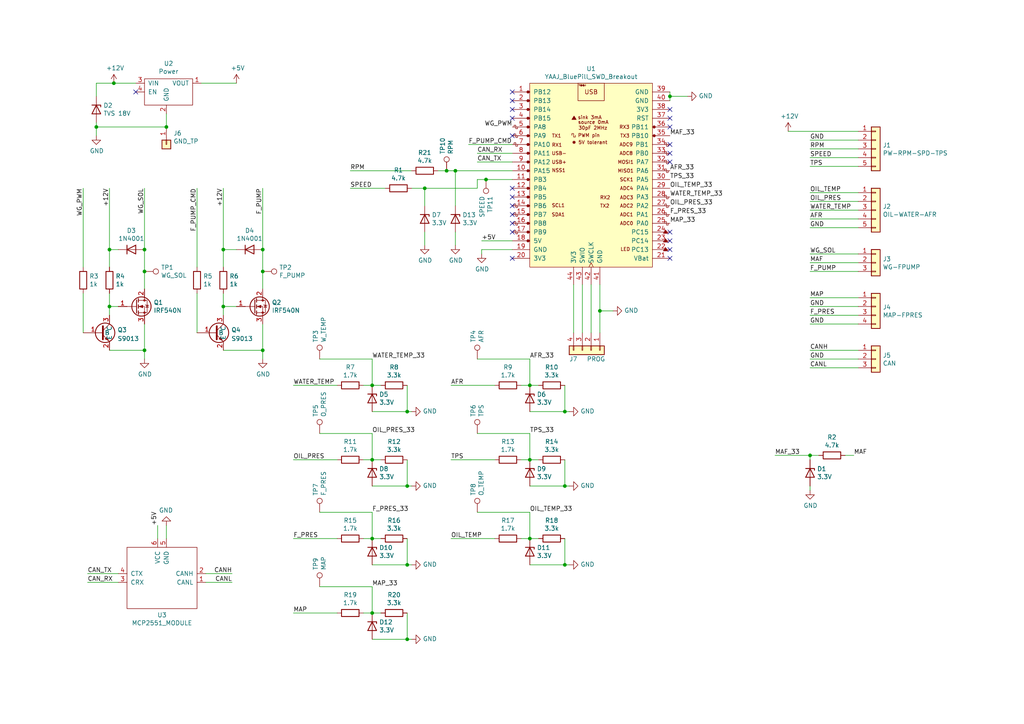
<source format=kicad_sch>
(kicad_sch (version 20211123) (generator eeschema)
  (paper "A4")
  (title_block (title "Boost Controller BluePill") (date "2022-04-25") (rev "1.2") (company "Sonix Lab"))
  (lib_symbols
    (symbol "BoostController-rescue:MCP2551_MODULE-sonix" (pin_names (offset 1.016))
      (property "Reference" "U" (at 6.35 10.16 0))
      (property "Value" "MCP2551_MODULE-sonix" (at 0 -5.08 0))
      (symbol "MCP2551_MODULE-sonix_1_1"
        (pin bidirectional line (at 12.7 -1.27 180) (length 2.54) (name "CANL") (number "1"))
        (pin bidirectional line (at 12.7 1.27 180) (length 2.54) (name "CANH") (number "2"))
        (pin output line (at -12.7 -1.27 0) (length 2.54) (name "CRX") (number "3"))
        (pin input line (at -12.7 1.27 0) (length 2.54) (name "CTX") (number "4"))
        (pin power_in line (at 1.27 11.43 270) (length 2.54) (name "GND") (number "5"))
        (pin power_in line (at -1.27 11.43 270) (length 2.54) (name "VCC") (number "6"))
      )
    )
    (symbol "BoostController-rescue:MICRO-BUCK-POWER-MODULE-sonix" (pin_names (offset 1.016))
      (property "Reference" "U" (at 1.27 5.08 0))
      (property "Value" "MICRO-BUCK-POWER-MODULE-sonix" (at 2.54 7.62 0))
      (symbol "MICRO-BUCK-POWER-MODULE-sonix_1_1"
        (pin power_out line (at 12.7 2.54 180) (length 2.54) (name "VOUT") (number "1"))
        (pin power_out line (at 2.54 -6.35 90) (length 2.54) (name "GND") (number "2"))
        (pin power_in line (at -6.35 2.54 0) (length 2.54) (name "VIN") (number "3"))
        (pin input line (at -6.35 0 0) (length 2.54) (name "EN") (number "4"))
      )
    )
    (symbol "BoostController-rescue:S9013"
      (property "Reference" "Q" (at 3.81 1.27 0))
      (property "Value" "S9013" (at 6.35 -1.27 0))
      (symbol "S9013_1_1"
        (pin input line (at -7.62 0 0) (length 5.715) (name "B") (number "1"))
        (pin passive line (at 0 -5.08 90) (length 2.54) (name "E") (number "2"))
        (pin passive line (at 0 5.08 270) (length 2.54) (name "C") (number "3"))
      )
    )
    (symbol "BoostController-rescue:YAAJ_BluePill_Part_Like_SWD_Breakout-YAAJ_BluePill_Part_Like_SWD_Breakout" (pin_names (offset 1.016))
      (property "Reference" "U" (at -15.24 27.94 0))
      (property "Value" "YAAJ_BluePill_Part_Like_SWD_Breakout-YAAJ_BluePill_Part_Like_SWD_Breakout" (at 20.32 27.94 0))
      (symbol "YAAJ_BluePill_Part_Like_SWD_Breakout-YAAJ_BluePill_Part_Like_SWD_Breakout_0_0"
        (text "30pF 2MHz" (at 0.508 12.446 0) (effects (font (size 0.9906 0.9906))))
        (text "5V tolerant" (at 0.508 8.255 0) (effects (font (size 0.9906 0.9906))))
        (text "ADC0" (at 10.287 -15.24 0) (effects (font (size 0.9906 0.9906))))
        (text "ADC1" (at 10.287 -12.7 0) (effects (font (size 0.9906 0.9906))))
        (text "ADC2" (at 10.287 -10.16 0) (effects (font (size 0.9906 0.9906))))
        (text "ADC3" (at 10.287 -7.747 0) (effects (font (size 0.9906 0.9906))))
        (text "ADC4" (at 10.287 -5.08 0) (effects (font (size 0.9906 0.9906))))
        (text "ADC8" (at 10.16 5.08 0) (effects (font (size 0.9906 0.9906))))
        (text "ADC9" (at 10.16 7.62 0) (effects (font (size 0.9906 0.9906))))
        (text "LED" (at 9.906 -22.733 0) (effects (font (size 0.9906 0.9906))))
        (text "MISO1" (at 10.033 0 0) (effects (font (size 0.9906 0.9906))))
        (text "MOSI1" (at 10.033 2.54 0) (effects (font (size 0.9906 0.9906))))
        (text "NSS1" (at -9.398 0.127 0) (effects (font (size 0.9906 0.9906))))
        (text "PWM pin" (at -0.635 10.287 0) (effects (font (size 0.9906 0.9906))))
        (text "RX1" (at -9.906 7.493 0) (effects (font (size 0.9906 0.9906))))
        (text "RX2" (at 4.064 -7.747 0) (effects (font (size 0.9906 0.9906))))
        (text "RX3" (at 9.652 12.7 0) (effects (font (size 0.9906 0.9906))))
        (text "SCK1" (at 10.287 -2.54 0) (effects (font (size 0.9906 0.9906))))
        (text "SCL1" (at -9.525 -10.033 0) (effects (font (size 0.9906 0.9906))))
        (text "SDA1" (at -9.525 -12.7 0) (effects (font (size 0.9906 0.9906))))
        (text "sink 3mA" (at -0.381 15.494 0) (effects (font (size 0.9906 0.9906))))
        (text "source 0mA" (at 0.635 14.097 0) (effects (font (size 0.9906 0.9906))))
        (text "TX1" (at -10.033 10.16 0) (effects (font (size 0.9906 0.9906))))
        (text "TX2" (at 3.937 -10.16 0) (effects (font (size 0.9906 0.9906))))
        (text "TX3" (at 9.779 10.16 0) (effects (font (size 0.9906 0.9906))))
        (text "USB" (at 0 22.86 0) (effects (font (size 1.27 1.27))))
        (text "USB+" (at -9.271 2.54 0) (effects (font (size 0.9906 0.9906))))
        (text "USB-" (at -9.271 5.08 0) (effects (font (size 0.9906 0.9906))))
        (text "Y@@J" (at -2.5654 24.8412 0) (effects (font (size 0.508 0.508))))
      )
      (symbol "YAAJ_BluePill_Part_Like_SWD_Breakout-YAAJ_BluePill_Part_Like_SWD_Breakout_1_1"
        (pin bidirectional line (at -22.86 22.86 0) (length 5.08) (name "PB12") (number "1"))
        (pin bidirectional line (at -22.86 0 0) (length 5.08) (name "PA15") (number "10"))
        (pin bidirectional line (at -22.86 -2.54 0) (length 5.08) (name "PB3") (number "11"))
        (pin bidirectional line (at -22.86 -5.08 0) (length 5.08) (name "PB4") (number "12"))
        (pin bidirectional line (at -22.86 -7.62 0) (length 5.08) (name "PB5") (number "13"))
        (pin bidirectional line (at -22.86 -10.16 0) (length 5.08) (name "PB6") (number "14"))
        (pin bidirectional line (at -22.86 -12.7 0) (length 5.08) (name "PB7") (number "15"))
        (pin bidirectional line (at -22.86 -15.24 0) (length 5.08) (name "PB8") (number "16"))
        (pin bidirectional line (at -22.86 -17.78 0) (length 5.08) (name "PB9") (number "17"))
        (pin power_in line (at -22.86 -20.32 0) (length 5.08) (name "5V") (number "18"))
        (pin power_in line (at -22.86 -22.86 0) (length 5.08) (name "GND") (number "19"))
        (pin bidirectional line (at -22.86 20.32 0) (length 5.08) (name "PB13") (number "2"))
        (pin power_in line (at -22.86 -25.4 0) (length 5.08) (name "3V3") (number "20"))
        (pin power_in line (at 22.86 -25.4 180) (length 5.08) (name "VBat") (number "21"))
        (pin bidirectional line (at 22.86 -22.86 180) (length 5.08) (name "PC13") (number "22"))
        (pin bidirectional line (at 22.86 -20.32 180) (length 5.08) (name "PC14") (number "23"))
        (pin bidirectional line (at 22.86 -17.78 180) (length 5.08) (name "PC15") (number "24"))
        (pin bidirectional line (at 22.86 -15.24 180) (length 5.08) (name "PA0") (number "25"))
        (pin bidirectional line (at 22.86 -12.7 180) (length 5.08) (name "PA1") (number "26"))
        (pin bidirectional line (at 22.86 -10.16 180) (length 5.08) (name "PA2") (number "27"))
        (pin bidirectional line (at 22.86 -7.62 180) (length 5.08) (name "PA3") (number "28"))
        (pin bidirectional line (at 22.86 -5.08 180) (length 5.08) (name "PA4") (number "29"))
        (pin bidirectional line (at -22.86 17.78 0) (length 5.08) (name "PB14") (number "3"))
        (pin bidirectional line (at 22.86 -2.54 180) (length 5.08) (name "PA5") (number "30"))
        (pin bidirectional line (at 22.86 0 180) (length 5.08) (name "PA6") (number "31"))
        (pin bidirectional line (at 22.86 2.54 180) (length 5.08) (name "PA7") (number "32"))
        (pin bidirectional line (at 22.86 5.08 180) (length 5.08) (name "PB0") (number "33"))
        (pin bidirectional line (at 22.86 7.62 180) (length 5.08) (name "PB1") (number "34"))
        (pin bidirectional line (at 22.86 10.16 180) (length 5.08) (name "PB10") (number "35"))
        (pin bidirectional line (at 22.86 12.7 180) (length 5.08) (name "PB11") (number "36"))
        (pin input line (at 22.86 15.24 180) (length 5.08) (name "RST") (number "37"))
        (pin power_in line (at 22.86 17.78 180) (length 5.08) (name "3V3") (number "38"))
        (pin power_in line (at 22.86 22.86 180) (length 5.08) (name "GND") (number "39"))
        (pin bidirectional line (at -22.86 15.24 0) (length 5.08) (name "PB15") (number "4"))
        (pin power_in line (at 22.86 20.32 180) (length 5.08) (name "GND") (number "40"))
        (pin power_in line (at 2.54 -33.02 90) (length 5.08) (name "GND") (number "41"))
        (pin bidirectional clock (at 0 -33.02 90) (length 5.08) (name "SWCLK") (number "42"))
        (pin bidirectional line (at -2.54 -33.02 90) (length 5.08) (name "SWIO") (number "43"))
        (pin power_in line (at -5.08 -33.02 90) (length 5.08) (name "3V3") (number "44"))
        (pin bidirectional line (at -22.86 12.7 0) (length 5.08) (name "PA8") (number "5"))
        (pin bidirectional line (at -22.86 10.16 0) (length 5.08) (name "PA9") (number "6"))
        (pin bidirectional line (at -22.86 7.62 0) (length 5.08) (name "PA10") (number "7"))
        (pin bidirectional line (at -22.86 5.08 0) (length 5.08) (name "PA11") (number "8"))
        (pin bidirectional line (at -22.86 2.54 0) (length 5.08) (name "PA12") (number "9"))
      )
    )
    (symbol "Conn_01x04_1" (pin_names (offset 1.016) hide)
      (property "Reference" "J7" (at 4.572 3.2512 90))
      (property "Value" "Conn_01x04_1" (at 4.572 0.9398 90))
      (symbol "Conn_01x04_1_1_1"
        (pin passive line (at -5.08 2.54 0) (length 3.81) (name "Pin_1") (number "1"))
        (pin passive line (at -5.08 0 0) (length 3.81) (name "Pin_2") (number "2"))
        (pin passive line (at -5.08 -2.54 0) (length 3.81) (name "Pin_3") (number "3"))
        (pin power_in line (at -5.08 -5.08 0) (length 3.81) (name "Pin_4") (number "4"))
      )
    )
    (symbol "Connector:TestPoint" (pin_numbers hide) (pin_names (offset 0.762) hide)
      (property "Reference" "TP" (at 0 6.858 0))
      (property "Value" "TestPoint" (at 0 5.08 0))
      (symbol "TestPoint_1_1"
        (pin passive line (at 0 0 90) (length 2.54) (name "1") (number "1"))
      )
    )
    (symbol "Connector_Generic:Conn_01x01" (pin_names (offset 1.016) hide)
      (property "Reference" "J" (at 0 2.54 0))
      (property "Value" "Conn_01x01" (at 0 -2.54 0))
      (symbol "Conn_01x01_1_1"
        (pin passive line (at -5.08 0 0) (length 3.81) (name "Pin_1") (number "1"))
      )
    )
    (symbol "Connector_Generic:Conn_01x03" (pin_names (offset 1.016) hide)
      (property "Reference" "J" (at 0 5.08 0))
      (property "Value" "Conn_01x03" (at 0 -5.08 0))
      (symbol "Conn_01x03_1_1"
        (pin passive line (at -5.08 2.54 0) (length 3.81) (name "Pin_1") (number "1"))
        (pin passive line (at -5.08 0 0) (length 3.81) (name "Pin_2") (number "2"))
        (pin passive line (at -5.08 -2.54 0) (length 3.81) (name "Pin_3") (number "3"))
      )
    )
    (symbol "Connector_Generic:Conn_01x04" (pin_names (offset 1.016) hide)
      (property "Reference" "J" (at 0 5.08 0))
      (property "Value" "Conn_01x04" (at 0 -7.62 0))
      (symbol "Conn_01x04_1_1"
        (pin passive line (at -5.08 2.54 0) (length 3.81) (name "Pin_1") (number "1"))
        (pin passive line (at -5.08 0 0) (length 3.81) (name "Pin_2") (number "2"))
        (pin passive line (at -5.08 -2.54 0) (length 3.81) (name "Pin_3") (number "3"))
        (pin passive line (at -5.08 -5.08 0) (length 3.81) (name "Pin_4") (number "4"))
      )
    )
    (symbol "Connector_Generic:Conn_01x05" (pin_names (offset 1.016) hide)
      (property "Reference" "J" (at 0 7.62 0))
      (property "Value" "Conn_01x05" (at 0 -7.62 0))
      (symbol "Conn_01x05_1_1"
        (pin passive line (at -5.08 5.08 0) (length 3.81) (name "Pin_1") (number "1"))
        (pin passive line (at -5.08 2.54 0) (length 3.81) (name "Pin_2") (number "2"))
        (pin passive line (at -5.08 0 0) (length 3.81) (name "Pin_3") (number "3"))
        (pin passive line (at -5.08 -2.54 0) (length 3.81) (name "Pin_4") (number "4"))
        (pin passive line (at -5.08 -5.08 0) (length 3.81) (name "Pin_5") (number "5"))
      )
    )
    (symbol "Device:D_Zener" (pin_numbers hide) (pin_names (offset 1.016) hide)
      (property "Reference" "D" (at 0 2.54 0))
      (property "Value" "D_Zener" (at 0 -2.54 0))
      (symbol "D_Zener_1_1"
        (pin passive line (at -3.81 0 0) (length 2.54) (name "K") (number "1"))
        (pin passive line (at 3.81 0 180) (length 2.54) (name "A") (number "2"))
      )
    )
    (symbol "Device:R" (pin_numbers hide) (pin_names (offset 0))
      (property "Reference" "R" (at 2.032 0 90))
      (property "Value" "R" (at 0 0 90))
      (symbol "R_1_1"
        (pin passive line (at 0 3.81 270) (length 1.27) (name "~") (number "1"))
        (pin passive line (at 0 -3.81 90) (length 1.27) (name "~") (number "2"))
      )
    )
    (symbol "Diode:1N4001" (pin_numbers hide) (pin_names (offset 1.016) hide)
      (property "Reference" "D" (at 0 2.54 0))
      (property "Value" "1N4001" (at 0 -2.54 0))
      (symbol "1N4001_1_1"
        (pin passive line (at -3.81 0 0) (length 2.54) (name "K") (number "1"))
        (pin passive line (at 3.81 0 180) (length 2.54) (name "A") (number "2"))
      )
    )
    (symbol "Transistor_FET:IRF540N" (pin_names hide)
      (property "Reference" "Q" (at 6.35 1.905 0))
      (property "Value" "IRF540N" (at 6.35 0 0))
      (symbol "IRF540N_1_1"
        (pin input line (at -5.08 0 0) (length 2.54) (name "G") (number "1"))
        (pin passive line (at 2.54 5.08 270) (length 2.54) (name "D") (number "2"))
        (pin passive line (at 2.54 -5.08 90) (length 2.54) (name "S") (number "3"))
      )
    )
    (symbol "power:+12V" (power) (pin_names (offset 0))
      (property "Value" "+12V" (at 0 3.556 0))
      (symbol "+12V_1_1"
        (pin power_in line (at 0 0 90) (length 0) hide (name "+12V") (number "1"))
      )
    )
    (symbol "power:+5V" (power) (pin_names (offset 0))
      (property "Value" "+5V" (at 0 3.556 0))
      (symbol "+5V_1_1"
        (pin power_in line (at 0 0 90) (length 0) hide (name "+5V") (number "1"))
      )
    )
    (symbol "power:GND" (power) (pin_names (offset 0))
      (property "Value" "GND" (at 0 -3.81 0))
      (symbol "GND_1_1"
        (pin power_in line (at 0 0 270) (length 0) hide (name "GND") (number "1"))
      )
    )
  )
  (junction (at 107.95 156.21))
  (junction (at 64.77 72.39))
  (junction (at 234.95 132.08))
  (junction (at 163.83 119.38))
  (junction (at 194.31 27.94))
  (junction (at 41.91 72.39))
  (junction (at 76.2 78.74))
  (junction (at 173.99 90.17))
  (junction (at 107.95 177.8))
  (junction (at 31.75 72.39))
  (junction (at 41.91 101.6))
  (junction (at 163.83 140.97))
  (junction (at 41.91 78.74))
  (junction (at 48.26 36.83))
  (junction (at 153.67 111.76))
  (junction (at 163.83 163.83))
  (junction (at 129.54 49.53))
  (junction (at 123.19 54.61))
  (junction (at 153.67 156.21))
  (junction (at 76.2 101.6))
  (junction (at 33.02 24.13))
  (junction (at 27.94 36.83))
  (junction (at 153.67 133.35))
  (junction (at 31.75 88.9))
  (junction (at 118.11 185.42))
  (junction (at 140.97 52.07))
  (junction (at 118.11 163.83))
  (junction (at 118.11 140.97))
  (junction (at 107.95 133.35))
  (junction (at 132.08 49.53))
  (junction (at 107.95 111.76))
  (junction (at 64.77 88.9))
  (junction (at 76.2 72.39))
  (junction (at 118.11 119.38))
  (no_connect (at 148.59 57.15))
  (no_connect (at 194.31 36.83))
  (no_connect (at 194.31 41.91))
  (no_connect (at 148.59 62.23))
  (no_connect (at 194.31 31.75))
  (no_connect (at 148.59 26.67))
  (no_connect (at 148.59 39.37))
  (no_connect (at 148.59 64.77))
  (no_connect (at 148.59 59.69))
  (no_connect (at 194.31 74.93))
  (no_connect (at 194.31 67.31))
  (no_connect (at 194.31 44.45))
  (no_connect (at 148.59 29.21))
  (no_connect (at 148.59 34.29))
  (no_connect (at 148.59 67.31))
  (no_connect (at 194.31 72.39))
  (no_connect (at 148.59 54.61))
  (no_connect (at 194.31 46.99))
  (no_connect (at 194.31 69.85))
  (no_connect (at 148.59 31.75))
  (no_connect (at 148.59 74.93))
  (no_connect (at 39.37 26.67))
  (no_connect (at 194.31 34.29))
  (wire (pts (xy 27.94 27.94) (xy 27.94 24.13)))
  (wire (pts (xy 110.49 156.21) (xy 107.95 156.21)))
  (wire (pts (xy 64.77 91.44) (xy 64.77 88.9)))
  (wire (pts (xy 48.26 152.4) (xy 48.26 156.21)))
  (wire (pts (xy 130.81 133.35) (xy 143.51 133.35)))
  (wire (pts (xy 105.41 156.21) (xy 107.95 156.21)))
  (wire (pts (xy 92.71 170.18) (xy 107.95 170.18)))
  (wire (pts (xy 234.95 101.6) (xy 248.92 101.6)))
  (wire (pts (xy 85.09 133.35) (xy 97.79 133.35)))
  (wire (pts (xy 27.94 36.83) (xy 27.94 39.37)))
  (wire (pts (xy 64.77 88.9) (xy 64.77 85.09)))
  (wire (pts (xy 163.83 119.38) (xy 165.1 119.38)))
  (wire (pts (xy 41.91 101.6) (xy 41.91 104.14)))
  (wire (pts (xy 64.77 101.6) (xy 76.2 101.6)))
  (wire (pts (xy 41.91 54.61) (xy 41.91 72.39)))
  (wire (pts (xy 92.71 125.73) (xy 107.95 125.73)))
  (wire (pts (xy 110.49 111.76) (xy 107.95 111.76)))
  (wire (pts (xy 31.75 88.9) (xy 31.75 91.44)))
  (wire (pts (xy 45.72 152.4) (xy 45.72 156.21)))
  (wire (pts (xy 107.95 156.21) (xy 107.95 148.59)))
  (wire (pts (xy 130.81 156.21) (xy 143.51 156.21)))
  (wire (pts (xy 85.09 177.8) (xy 97.79 177.8)))
  (wire (pts (xy 118.11 156.21) (xy 118.11 163.83)))
  (wire (pts (xy 140.97 52.07) (xy 148.59 52.07)))
  (wire (pts (xy 118.11 119.38) (xy 119.38 119.38)))
  (wire (pts (xy 153.67 119.38) (xy 163.83 119.38)))
  (wire (pts (xy 234.95 88.9) (xy 248.92 88.9)))
  (wire (pts (xy 107.95 119.38) (xy 118.11 119.38)))
  (wire (pts (xy 76.2 93.98) (xy 76.2 101.6)))
  (wire (pts (xy 107.95 111.76) (xy 107.95 104.14)))
  (wire (pts (xy 76.2 101.6) (xy 76.2 104.14)))
  (wire (pts (xy 118.11 163.83) (xy 119.38 163.83)))
  (wire (pts (xy 234.95 106.68) (xy 248.92 106.68)))
  (wire (pts (xy 163.83 140.97) (xy 165.1 140.97)))
  (wire (pts (xy 92.71 104.14) (xy 107.95 104.14)))
  (wire (pts (xy 118.11 185.42) (xy 119.38 185.42)))
  (wire (pts (xy 234.95 55.88) (xy 248.92 55.88)))
  (wire (pts (xy 166.37 82.55) (xy 166.37 96.52)))
  (wire (pts (xy 105.41 111.76) (xy 107.95 111.76)))
  (wire (pts (xy 101.6 49.53) (xy 119.38 49.53)))
  (wire (pts (xy 127 49.53) (xy 129.54 49.53)))
  (wire (pts (xy 85.09 111.76) (xy 97.79 111.76)))
  (wire (pts (xy 163.83 133.35) (xy 163.83 140.97)))
  (wire (pts (xy 234.95 73.66) (xy 248.92 73.66)))
  (wire (pts (xy 31.75 101.6) (xy 41.91 101.6)))
  (wire (pts (xy 64.77 54.61) (xy 64.77 72.39)))
  (wire (pts (xy 39.37 24.13) (xy 33.02 24.13)))
  (wire (pts (xy 34.29 88.9) (xy 31.75 88.9)))
  (wire (pts (xy 156.21 111.76) (xy 153.67 111.76)))
  (wire (pts (xy 234.95 43.18) (xy 248.92 43.18)))
  (wire (pts (xy 153.67 133.35) (xy 153.67 125.73)))
  (wire (pts (xy 123.19 59.69) (xy 123.19 54.61)))
  (wire (pts (xy 151.13 133.35) (xy 153.67 133.35)))
  (wire (pts (xy 59.69 168.91) (xy 67.31 168.91)))
  (wire (pts (xy 31.75 54.61) (xy 31.75 72.39)))
  (wire (pts (xy 163.83 163.83) (xy 165.1 163.83)))
  (wire (pts (xy 177.8 90.17) (xy 173.99 90.17)))
  (wire (pts (xy 85.09 156.21) (xy 97.79 156.21)))
  (wire (pts (xy 234.95 132.08) (xy 224.79 132.08)))
  (wire (pts (xy 27.94 35.56) (xy 27.94 36.83)))
  (wire (pts (xy 153.67 156.21) (xy 153.67 148.59)))
  (wire (pts (xy 138.43 46.99) (xy 148.59 46.99)))
  (wire (pts (xy 41.91 93.98) (xy 41.91 101.6)))
  (wire (pts (xy 111.76 54.61) (xy 101.6 54.61)))
  (wire (pts (xy 48.26 36.83) (xy 27.94 36.83)))
  (wire (pts (xy 64.77 72.39) (xy 64.77 77.47)))
  (wire (pts (xy 132.08 49.53) (xy 148.59 49.53)))
  (wire (pts (xy 68.58 72.39) (xy 64.77 72.39)))
  (wire (pts (xy 173.99 82.55) (xy 173.99 90.17)))
  (wire (pts (xy 234.95 60.96) (xy 248.92 60.96)))
  (wire (pts (xy 107.95 163.83) (xy 118.11 163.83)))
  (wire (pts (xy 105.41 177.8) (xy 107.95 177.8)))
  (wire (pts (xy 118.11 133.35) (xy 118.11 140.97)))
  (wire (pts (xy 118.11 111.76) (xy 118.11 119.38)))
  (wire (pts (xy 163.83 111.76) (xy 163.83 119.38)))
  (wire (pts (xy 234.95 133.35) (xy 234.95 132.08)))
  (wire (pts (xy 234.95 78.74) (xy 248.92 78.74)))
  (wire (pts (xy 107.95 185.42) (xy 118.11 185.42)))
  (wire (pts (xy 92.71 148.59) (xy 107.95 148.59)))
  (wire (pts (xy 234.95 45.72) (xy 248.92 45.72)))
  (wire (pts (xy 33.02 24.13) (xy 27.94 24.13)))
  (wire (pts (xy 132.08 49.53) (xy 132.08 59.69)))
  (wire (pts (xy 153.67 163.83) (xy 163.83 163.83)))
  (wire (pts (xy 138.43 44.45) (xy 148.59 44.45)))
  (wire (pts (xy 148.59 72.39) (xy 139.7 72.39)))
  (wire (pts (xy 105.41 133.35) (xy 107.95 133.35)))
  (wire (pts (xy 163.83 156.21) (xy 163.83 163.83)))
  (wire (pts (xy 130.81 111.76) (xy 143.51 111.76)))
  (wire (pts (xy 234.95 132.08) (xy 237.49 132.08)))
  (wire (pts (xy 107.95 140.97) (xy 118.11 140.97)))
  (wire (pts (xy 138.43 148.59) (xy 153.67 148.59)))
  (wire (pts (xy 123.19 54.61) (xy 138.43 54.61)))
  (wire (pts (xy 24.13 85.09) (xy 24.13 96.52)))
  (wire (pts (xy 139.7 72.39) (xy 139.7 73.66)))
  (wire (pts (xy 138.43 52.07) (xy 138.43 54.61)))
  (wire (pts (xy 57.15 54.61) (xy 57.15 77.47)))
  (wire (pts (xy 135.89 41.91) (xy 148.59 41.91)))
  (wire (pts (xy 58.42 24.13) (xy 68.58 24.13)))
  (wire (pts (xy 25.4 168.91) (xy 34.29 168.91)))
  (wire (pts (xy 234.95 40.64) (xy 248.92 40.64)))
  (wire (pts (xy 107.95 177.8) (xy 107.95 170.18)))
  (wire (pts (xy 31.75 77.47) (xy 31.75 72.39)))
  (wire (pts (xy 76.2 72.39) (xy 76.2 78.74)))
  (wire (pts (xy 173.99 90.17) (xy 173.99 96.52)))
  (wire (pts (xy 234.95 142.24) (xy 234.95 140.97)))
  (wire (pts (xy 153.67 111.76) (xy 153.67 104.14)))
  (wire (pts (xy 234.95 58.42) (xy 248.92 58.42)))
  (wire (pts (xy 151.13 111.76) (xy 153.67 111.76)))
  (wire (pts (xy 34.29 72.39) (xy 31.75 72.39)))
  (wire (pts (xy 76.2 54.61) (xy 76.2 72.39)))
  (wire (pts (xy 31.75 85.09) (xy 31.75 88.9)))
  (wire (pts (xy 194.31 27.94) (xy 194.31 29.21)))
  (wire (pts (xy 110.49 177.8) (xy 107.95 177.8)))
  (wire (pts (xy 107.95 133.35) (xy 107.95 125.73)))
  (wire (pts (xy 68.58 88.9) (xy 64.77 88.9)))
  (wire (pts (xy 199.39 27.94) (xy 194.31 27.94)))
  (wire (pts (xy 234.95 66.04) (xy 248.92 66.04)))
  (wire (pts (xy 25.4 166.37) (xy 34.29 166.37)))
  (wire (pts (xy 123.19 67.31) (xy 123.19 71.12)))
  (wire (pts (xy 138.43 125.73) (xy 153.67 125.73)))
  (wire (pts (xy 41.91 72.39) (xy 41.91 78.74)))
  (wire (pts (xy 118.11 177.8) (xy 118.11 185.42)))
  (wire (pts (xy 234.95 104.14) (xy 248.92 104.14)))
  (wire (pts (xy 59.69 166.37) (xy 67.31 166.37)))
  (wire (pts (xy 118.11 140.97) (xy 119.38 140.97)))
  (wire (pts (xy 119.38 54.61) (xy 123.19 54.61)))
  (wire (pts (xy 234.95 86.36) (xy 248.92 86.36)))
  (wire (pts (xy 245.11 132.08) (xy 247.65 132.08)))
  (wire (pts (xy 156.21 133.35) (xy 153.67 133.35)))
  (wire (pts (xy 168.91 82.55) (xy 168.91 96.52)))
  (wire (pts (xy 234.95 91.44) (xy 248.92 91.44)))
  (wire (pts (xy 153.67 140.97) (xy 163.83 140.97)))
  (wire (pts (xy 41.91 78.74) (xy 41.91 83.82)))
  (wire (pts (xy 234.95 76.2) (xy 248.92 76.2)))
  (wire (pts (xy 139.7 69.85) (xy 148.59 69.85)))
  (wire (pts (xy 151.13 156.21) (xy 153.67 156.21)))
  (wire (pts (xy 24.13 54.61) (xy 24.13 77.47)))
  (wire (pts (xy 138.43 52.07) (xy 140.97 52.07)))
  (wire (pts (xy 234.95 93.98) (xy 248.92 93.98)))
  (wire (pts (xy 234.95 48.26) (xy 248.92 48.26)))
  (wire (pts (xy 132.08 67.31) (xy 132.08 71.12)))
  (wire (pts (xy 156.21 156.21) (xy 153.67 156.21)))
  (wire (pts (xy 138.43 104.14) (xy 153.67 104.14)))
  (wire (pts (xy 234.95 63.5) (xy 248.92 63.5)))
  (wire (pts (xy 228.6 38.1) (xy 248.92 38.1)))
  (wire (pts (xy 110.49 133.35) (xy 107.95 133.35)))
  (wire (pts (xy 129.54 49.53) (xy 132.08 49.53)))
  (wire (pts (xy 194.31 26.67) (xy 194.31 27.94)))
  (wire (pts (xy 48.26 33.02) (xy 48.26 36.83)))
  (wire (pts (xy 76.2 78.74) (xy 76.2 83.82)))
  (wire (pts (xy 57.15 96.52) (xy 57.15 85.09)))
  (wire (pts (xy 171.45 82.55) (xy 171.45 96.52)))
  (label "MAP" (at 234.95 86.36 0))
  (label "AFR" (at 234.95 63.5 0))
  (label "OIL_PRES" (at 85.09 133.35 0))
  (label "MAF_33" (at 224.79 132.08 0))
  (label "WATER_TEMP" (at 85.09 111.76 0))
  (label "CAN_TX" (at 25.4 166.37 0))
  (label "CANH" (at 234.95 101.6 0))
  (label "OIL_TEMP_33" (at 153.67 148.59 0))
  (label "WATER_TEMP" (at 234.95 60.96 0))
  (label "WATER_TEMP_33" (at 107.95 104.14 0))
  (label "+12V" (at 31.75 54.61 270))
  (label "+12V" (at 64.77 54.61 270))
  (label "GND" (at 234.95 40.64 0))
  (label "F_PUMP" (at 76.2 54.61 270))
  (label "F_PUMP" (at 234.95 78.74 0))
  (label "GND" (at 234.95 88.9 0))
  (label "AFR" (at 130.81 111.76 0))
  (label "MAP_33" (at 107.95 170.18 0))
  (label "CANL" (at 67.31 168.91 180))
  (label "TPS" (at 130.81 133.35 0))
  (label "F_PRES_33" (at 194.31 62.23 0))
  (label "CAN_RX" (at 138.43 44.45 0))
  (label "WG_PWM" (at 148.59 36.83 180))
  (label "SPEED" (at 101.6 54.61 0))
  (label "MAF" (at 247.65 132.08 0))
  (label "AFR_33" (at 194.31 49.53 0))
  (label "MAP_33" (at 194.31 64.77 0))
  (label "GND" (at 234.95 66.04 0))
  (label "AFR_33" (at 153.67 104.14 0))
  (label "WG_SOL" (at 234.95 73.66 0))
  (label "OIL_PRES_33" (at 194.31 59.69 0))
  (label "CAN_TX" (at 138.43 46.99 0))
  (label "+5V" (at 45.72 152.4 90))
  (label "RPM" (at 101.6 49.53 0))
  (label "GND" (at 234.95 93.98 0))
  (label "OIL_TEMP" (at 130.81 156.21 0))
  (label "MAP" (at 85.09 177.8 0))
  (label "OIL_PRES" (at 234.95 58.42 0))
  (label "GND" (at 234.95 104.14 0))
  (label "OIL_TEMP_33" (at 194.31 54.61 0))
  (label "TPS_33" (at 194.31 52.07 0))
  (label "WG_SOL" (at 41.91 54.61 270))
  (label "WG_PWM" (at 24.13 54.61 270))
  (label "F_PRES" (at 85.09 156.21 0))
  (label "F_PUMP_CMD" (at 57.15 54.61 270))
  (label "OIL_TEMP" (at 234.95 55.88 0))
  (label "SPEED" (at 234.95 45.72 0))
  (label "MAF" (at 234.95 76.2 0))
  (label "F_PUMP_CMD" (at 135.89 41.91 0))
  (label "TPS_33" (at 153.67 125.73 0))
  (label "F_PRES_33" (at 107.95 148.59 0))
  (label "TPS" (at 234.95 48.26 0))
  (label "OIL_PRES_33" (at 107.95 125.73 0))
  (label "+5V" (at 139.7 69.85 0))
  (label "F_PRES" (at 234.95 91.44 0))
  (label "WATER_TEMP_33" (at 194.31 57.15 0))
  (label "RPM" (at 234.95 43.18 0))
  (label "CANL" (at 234.95 106.68 0))
  (label "MAF_33" (at 194.31 39.37 0))
  (label "CANH" (at 67.31 166.37 180))
  (label "CAN_RX" (at 25.4 168.91 0))
  (symbol (lib_id "BoostController-rescue:YAAJ_BluePill_Part_Like_SWD_Breakout-YAAJ_BluePill_Part_Like_SWD_Breakout") (at 171.45 49.53 0) (unit 1)
    (property "Reference" "U1" (at 171.45 19.939 0))
    (property "Value" "YAAJ_BluePill_SWD_Breakout" (at 171.45 22.2504 0))
    (property "Footprint" "Footprints_pills:YAAJ_BluePill_SWD_1" (effects hide))
  )
  (symbol (lib_id "power:GND") (at 177.8 90.17 90) (unit 1)
    (property "Reference" "#PWR0101" (effects hide))
    (property "Value" "GND" (at 181.0512 90.043 90) (effects (justify right)))
  )
  (symbol (lib_id "Device:R") (at 115.57 54.61 270) (unit 1)
    (property "Reference" "R1" (at 115.57 49.3522 90))
    (property "Value" "4.7k" (at 115.57 51.6636 90))
    (property "Footprint" "Resistor_SMD:R_1206_3216Metric_Pad1.30x1.75mm_HandSolder" (effects hide))
  )
  (symbol (lib_id "Device:D_Zener") (at 123.19 63.5 270) (unit 1)
    (property "Reference" "D7" (at 125.222 62.3316 90) (effects (justify left)))
    (property "Value" "3.3V" (at 125.222 64.643 90) (effects (justify left)))
    (property "Footprint" "Diode_SMD:D_MELF_Handsoldering" (effects hide))
    (property "Datasheet" "ZM4728A" (effects hide))
  )
  (symbol (lib_id "power:GND") (at 123.19 71.12 0) (unit 1)
    (property "Reference" "#PWR01" (effects hide))
    (property "Value" "GND" (at 123.317 75.5142 0))
  )
  (symbol (lib_id "Connector_Generic:Conn_01x05") (at 254 43.18 0) (unit 1)
    (property "Reference" "J1" (at 256.032 42.1132 0) (effects (justify left)))
    (property "Value" "PW-RPM-SPD-TPS" (at 256.032 44.4246 0) (effects (justify left)))
    (property "Footprint" "Connector_JST:JST_XH_S5B-XH-A-1_1x05_P2.50mm_Horizontal" (effects hide))
  )
  (symbol (lib_id "power:+12V") (at 228.6 38.1 0) (unit 1)
    (property "Reference" "#PWR0102" (effects hide))
    (property "Value" "+12V" (at 228.981 33.7058 0))
  )
  (symbol (lib_id "power:GND") (at 199.39 27.94 90) (unit 1)
    (property "Reference" "#PWR0103" (effects hide))
    (property "Value" "GND" (at 202.6412 27.813 90) (effects (justify right)))
  )
  (symbol (lib_id "Device:D_Zener") (at 234.95 137.16 270) (unit 1)
    (property "Reference" "D1" (at 236.982 135.9916 90) (effects (justify left)))
    (property "Value" "3.3V" (at 236.982 138.303 90) (effects (justify left)))
    (property "Footprint" "Diode_SMD:D_MELF_Handsoldering" (effects hide))
    (property "Datasheet" "ZM4728A" (effects hide))
  )
  (symbol (lib_id "Device:R") (at 241.3 132.08 270) (unit 1)
    (property "Reference" "R2" (at 241.3 126.8222 90))
    (property "Value" "4.7k" (at 241.3 129.1336 90))
    (property "Footprint" "Resistor_SMD:R_1206_3216Metric_Pad1.30x1.75mm_HandSolder" (effects hide))
  )
  (symbol (lib_id "power:GND") (at 234.95 142.24 0) (unit 1)
    (property "Reference" "#PWR0104" (effects hide))
    (property "Value" "GND" (at 235.077 146.6342 0))
  )
  (symbol (lib_id "Connector_Generic:Conn_01x05") (at 254 60.96 0) (unit 1)
    (property "Reference" "J2" (at 256.032 59.8932 0) (effects (justify left)))
    (property "Value" "OIL-WATER-AFR" (at 256.032 62.2046 0) (effects (justify left)))
    (property "Footprint" "Connector_JST:JST_XH_S5B-XH-A-1_1x05_P2.50mm_Horizontal" (effects hide))
  )
  (symbol (lib_id "Connector_Generic:Conn_01x03") (at 254 76.2 0) (unit 1)
    (property "Reference" "J3" (at 256.032 75.1332 0) (effects (justify left)))
    (property "Value" "WG-FPUMP" (at 256.032 77.4446 0) (effects (justify left)))
    (property "Footprint" "Connector_JST:JST_XH_S3B-XH-A-1_1x03_P2.50mm_Horizontal" (effects hide))
  )
  (symbol (lib_id "Connector_Generic:Conn_01x04") (at 254 88.9 0) (unit 1)
    (property "Reference" "J4" (at 256.032 89.1032 0) (effects (justify left)))
    (property "Value" "MAP-FPRES" (at 256.032 91.4146 0) (effects (justify left)))
    (property "Footprint" "Connector_JST:JST_XH_S4B-XH-A-1_1x04_P2.50mm_Horizontal" (effects hide))
  )
  (symbol (lib_id "Connector_Generic:Conn_01x03") (at 254 104.14 0) (unit 1)
    (property "Reference" "J5" (at 256.032 103.0732 0) (effects (justify left)))
    (property "Value" "CAN" (at 256.032 105.3846 0) (effects (justify left)))
    (property "Footprint" "Connector_JST:JST_XH_S3B-XH-A-1_1x03_P2.50mm_Horizontal" (effects hide))
  )
  (symbol (lib_id "Device:D_Zener") (at 27.94 31.75 270) (unit 1)
    (property "Reference" "D2" (at 29.972 30.5816 90) (effects (justify left)))
    (property "Value" "TVS 18V" (at 29.972 32.893 90) (effects (justify left)))
    (property "Footprint" "Diode_THT:D_DO-41_SOD81_P5.08mm_Vertical_AnodeUp" (effects hide))
  )
  (symbol (lib_id "power:GND") (at 27.94 39.37 0) (unit 1)
    (property "Reference" "#PWR0105" (effects hide))
    (property "Value" "GND" (at 28.067 43.7642 0))
  )
  (symbol (lib_id "power:GND") (at 139.7 73.66 0) (unit 1)
    (property "Reference" "#PWR0106" (effects hide))
    (property "Value" "GND" (at 139.827 78.0542 0))
  )
  (symbol (lib_id "power:+5V") (at 68.58 24.13 0) (unit 1)
    (property "Reference" "#PWR0107" (effects hide))
    (property "Value" "+5V" (at 68.961 19.7358 0))
  )
  (symbol (lib_id "BoostController-rescue:MCP2551_MODULE-sonix") (at 46.99 167.64 0) (unit 1)
    (property "Reference" "U3" (at 46.99 178.3842 0))
    (property "Value" "MCP2551_MODULE" (at 46.99 180.6956 0))
    (property "Footprint" "Sonix:MCP2551_MODULE" (effects hide))
  )
  (symbol (lib_id "power:GND") (at 48.26 152.4 180) (unit 1)
    (property "Reference" "#PWR02" (effects hide))
    (property "Value" "GND" (at 48.133 148.0058 0))
  )
  (symbol (lib_id "BoostController-rescue:MICRO-BUCK-POWER-MODULE-sonix") (at 45.72 26.67 0) (unit 1)
    (property "Reference" "U2" (at 48.895 18.415 0))
    (property "Value" "Power" (at 48.895 20.7264 0))
    (property "Footprint" "Sonix:MICRO-BUCK-POWER-MODULE_FLAT" (effects hide))
  )
  (symbol (lib_id "Transistor_FET:IRF540N") (at 39.37 88.9 0) (unit 1)
    (property "Reference" "Q1" (at 44.5516 87.7316 0) (effects (justify left)))
    (property "Value" "IRF540N" (at 44.5516 90.043 0) (effects (justify left)))
    (property "Footprint" "Package_TO_SOT_THT:TO-220-3_Vertical" (effects hide))
    (property "Datasheet" "http://www.irf.com/product-info/datasheets/data/irf540n.pdf" (effects hide))
  )
  (symbol (lib_id "Transistor_FET:IRF540N") (at 73.66 88.9 0) (unit 1)
    (property "Reference" "Q2" (at 78.8416 87.7316 0) (effects (justify left)))
    (property "Value" "IRF540N" (at 78.8416 90.043 0) (effects (justify left)))
    (property "Footprint" "Package_TO_SOT_THT:TO-220-3_Vertical" (effects hide))
    (property "Datasheet" "http://www.irf.com/product-info/datasheets/data/irf540n.pdf" (effects hide))
  )
  (symbol (lib_id "power:GND") (at 76.2 104.14 0) (unit 1)
    (property "Reference" "#PWR04" (effects hide))
    (property "Value" "GND" (at 76.327 108.5342 0))
  )
  (symbol (lib_id "power:GND") (at 41.91 104.14 0) (unit 1)
    (property "Reference" "#PWR03" (effects hide))
    (property "Value" "GND" (at 42.037 108.5342 0))
  )
  (symbol (lib_id "Device:R") (at 64.77 81.28 180) (unit 1)
    (property "Reference" "R6" (at 66.548 80.1116 0) (effects (justify right)))
    (property "Value" "1k" (at 66.548 82.423 0) (effects (justify right)))
    (property "Footprint" "Resistor_SMD:R_1206_3216Metric_Pad1.30x1.75mm_HandSolder" (effects hide))
  )
  (symbol (lib_id "Device:R") (at 57.15 81.28 180) (unit 1)
    (property "Reference" "R5" (at 58.928 80.1116 0) (effects (justify right)))
    (property "Value" "1k" (at 58.928 82.423 0) (effects (justify right)))
    (property "Footprint" "Resistor_SMD:R_1206_3216Metric_Pad1.30x1.75mm_HandSolder" (effects hide))
  )
  (symbol (lib_id "Device:R") (at 31.75 81.28 180) (unit 1)
    (property "Reference" "R4" (at 33.528 80.1116 0) (effects (justify right)))
    (property "Value" "1k" (at 33.528 82.423 0) (effects (justify right)))
    (property "Footprint" "Resistor_SMD:R_1206_3216Metric_Pad1.30x1.75mm_HandSolder" (effects hide))
  )
  (symbol (lib_id "Device:R") (at 24.13 81.28 180) (unit 1)
    (property "Reference" "R3" (at 25.908 80.1116 0) (effects (justify right)))
    (property "Value" "1k" (at 25.908 82.423 0) (effects (justify right)))
    (property "Footprint" "Resistor_SMD:R_1206_3216Metric_Pad1.30x1.75mm_HandSolder" (effects hide))
  )
  (symbol (lib_id "Diode:1N4001") (at 38.1 72.39 0) (unit 1)
    (property "Reference" "D3" (at 38.1 66.8782 0))
    (property "Value" "1N4001" (at 38.1 69.1896 0))
    (property "Footprint" "Diode_THT:D_DO-41_SOD81_P2.54mm_Vertical_AnodeUp" (effects hide))
    (property "Datasheet" "http://www.vishay.com/docs/88503/1n4001.pdf" (effects hide))
  )
  (symbol (lib_id "Diode:1N4001") (at 72.39 72.39 0) (unit 1)
    (property "Reference" "D4" (at 72.39 66.8782 0))
    (property "Value" "1N4001" (at 72.39 69.1896 0))
    (property "Footprint" "Diode_THT:D_DO-41_SOD81_P2.54mm_Vertical_AnodeUp" (effects hide))
    (property "Datasheet" "http://www.vishay.com/docs/88503/1n4001.pdf" (effects hide))
  )
  (symbol (lib_id "Connector:TestPoint") (at 92.71 104.14 0) (unit 1)
    (property "Reference" "TP3" (at 91.5416 99.3648 90) (effects (justify left)))
    (property "Value" "W_TEMP" (at 93.853 99.3648 90) (effects (justify left)))
    (property "Footprint" "Measurement_Points:Measurement_Point_Round-SMD-Pad_Big" (effects hide))
  )
  (symbol (lib_id "Connector:TestPoint") (at 92.71 125.73 0) (unit 1)
    (property "Reference" "TP5" (at 91.5416 120.9548 90) (effects (justify left)))
    (property "Value" "O_PRES" (at 93.853 120.9548 90) (effects (justify left)))
    (property "Footprint" "Measurement_Points:Measurement_Point_Round-SMD-Pad_Big" (effects hide))
  )
  (symbol (lib_id "Connector:TestPoint") (at 92.71 148.59 0) (unit 1)
    (property "Reference" "TP7" (at 91.5416 143.8148 90) (effects (justify left)))
    (property "Value" "F_PRES" (at 93.853 143.8148 90) (effects (justify left)))
    (property "Footprint" "Measurement_Points:Measurement_Point_Round-SMD-Pad_Big" (effects hide))
  )
  (symbol (lib_id "Connector:TestPoint") (at 92.71 170.18 0) (unit 1)
    (property "Reference" "TP9" (at 91.5416 165.4048 90) (effects (justify left)))
    (property "Value" "MAP" (at 93.853 165.4048 90) (effects (justify left)))
    (property "Footprint" "Measurement_Points:Measurement_Point_Round-SMD-Pad_Big" (effects hide))
  )
  (symbol (lib_id "Connector:TestPoint") (at 138.43 104.14 0) (unit 1)
    (property "Reference" "TP4" (at 137.2616 99.3648 90) (effects (justify left)))
    (property "Value" "AFR" (at 139.573 99.3648 90) (effects (justify left)))
    (property "Footprint" "Measurement_Points:Measurement_Point_Round-SMD-Pad_Big" (effects hide))
  )
  (symbol (lib_id "Connector:TestPoint") (at 138.43 125.73 0) (unit 1)
    (property "Reference" "TP6" (at 137.2616 120.9548 90) (effects (justify left)))
    (property "Value" "TPS" (at 139.573 120.9548 90) (effects (justify left)))
    (property "Footprint" "Measurement_Points:Measurement_Point_Round-SMD-Pad_Big" (effects hide))
  )
  (symbol (lib_id "Connector:TestPoint") (at 138.43 148.59 0) (unit 1)
    (property "Reference" "TP8" (at 137.2616 143.8148 90) (effects (justify left)))
    (property "Value" "O_TEMP" (at 139.573 143.8148 90) (effects (justify left)))
    (property "Footprint" "Measurement_Points:Measurement_Point_Round-SMD-Pad_Big" (effects hide))
  )
  (symbol (lib_id "Device:R") (at 101.6 111.76 90) (unit 1)
    (property "Reference" "R7" (at 101.6 106.5022 90))
    (property "Value" "1.7k" (at 101.6 108.8136 90))
    (property "Footprint" "Resistor_SMD:R_1206_3216Metric_Pad1.30x1.75mm_HandSolder" (effects hide))
  )
  (symbol (lib_id "Device:R") (at 114.3 111.76 90) (unit 1)
    (property "Reference" "R8" (at 114.3 106.5022 90))
    (property "Value" "3.3k" (at 114.3 108.8136 90))
    (property "Footprint" "Resistor_SMD:R_1206_3216Metric_Pad1.30x1.75mm_HandSolder" (effects hide))
  )
  (symbol (lib_id "Device:D_Zener") (at 107.95 115.57 270) (unit 1)
    (property "Reference" "D5" (at 109.982 114.4016 90) (effects (justify left)))
    (property "Value" "3.3V" (at 109.982 116.713 90) (effects (justify left)))
    (property "Footprint" "Diode_SMD:D_MELF_Handsoldering" (effects hide))
    (property "Datasheet" "ZM4728A" (effects hide))
  )
  (symbol (lib_id "power:GND") (at 119.38 119.38 90) (unit 1)
    (property "Reference" "#PWR05" (effects hide))
    (property "Value" "GND" (at 122.6312 119.253 90) (effects (justify right)))
  )
  (symbol (lib_id "Device:R") (at 101.6 133.35 90) (unit 1)
    (property "Reference" "R11" (at 101.6 128.0922 90))
    (property "Value" "1.7k" (at 101.6 130.4036 90))
    (property "Footprint" "Resistor_SMD:R_1206_3216Metric_Pad1.30x1.75mm_HandSolder" (effects hide))
  )
  (symbol (lib_id "Device:R") (at 114.3 133.35 90) (unit 1)
    (property "Reference" "R12" (at 114.3 128.0922 90))
    (property "Value" "3.3k" (at 114.3 130.4036 90))
    (property "Footprint" "Resistor_SMD:R_1206_3216Metric_Pad1.30x1.75mm_HandSolder" (effects hide))
  )
  (symbol (lib_id "Device:D_Zener") (at 107.95 137.16 270) (unit 1)
    (property "Reference" "D8" (at 109.982 135.9916 90) (effects (justify left)))
    (property "Value" "3.3V" (at 109.982 138.303 90) (effects (justify left)))
    (property "Footprint" "Diode_SMD:D_MELF_Handsoldering" (effects hide))
    (property "Datasheet" "ZM4728A" (effects hide))
  )
  (symbol (lib_id "power:GND") (at 119.38 140.97 90) (unit 1)
    (property "Reference" "#PWR07" (effects hide))
    (property "Value" "GND" (at 122.6312 140.843 90) (effects (justify right)))
  )
  (symbol (lib_id "Device:R") (at 101.6 156.21 90) (unit 1)
    (property "Reference" "R15" (at 101.6 150.9522 90))
    (property "Value" "1.7k" (at 101.6 153.2636 90))
    (property "Footprint" "Resistor_SMD:R_1206_3216Metric_Pad1.30x1.75mm_HandSolder" (effects hide))
  )
  (symbol (lib_id "Device:R") (at 114.3 156.21 90) (unit 1)
    (property "Reference" "R16" (at 114.3 150.9522 90))
    (property "Value" "3.3k" (at 114.3 153.2636 90))
    (property "Footprint" "Resistor_SMD:R_1206_3216Metric_Pad1.30x1.75mm_HandSolder" (effects hide))
  )
  (symbol (lib_id "Device:D_Zener") (at 107.95 160.02 270) (unit 1)
    (property "Reference" "D10" (at 109.982 158.8516 90) (effects (justify left)))
    (property "Value" "3.3V" (at 109.982 161.163 90) (effects (justify left)))
    (property "Footprint" "Diode_SMD:D_MELF_Handsoldering" (effects hide))
    (property "Datasheet" "ZM4728A" (effects hide))
  )
  (symbol (lib_id "power:GND") (at 119.38 163.83 90) (unit 1)
    (property "Reference" "#PWR09" (effects hide))
    (property "Value" "GND" (at 122.6312 163.703 90) (effects (justify right)))
  )
  (symbol (lib_id "Device:R") (at 101.6 177.8 90) (unit 1)
    (property "Reference" "R19" (at 101.6 172.5422 90))
    (property "Value" "1.7k" (at 101.6 174.8536 90))
    (property "Footprint" "Resistor_SMD:R_1206_3216Metric_Pad1.30x1.75mm_HandSolder" (effects hide))
  )
  (symbol (lib_id "Device:R") (at 114.3 177.8 90) (unit 1)
    (property "Reference" "R20" (at 114.3 172.5422 90))
    (property "Value" "3.3k" (at 114.3 174.8536 90))
    (property "Footprint" "Resistor_SMD:R_1206_3216Metric_Pad1.30x1.75mm_HandSolder" (effects hide))
  )
  (symbol (lib_id "Device:D_Zener") (at 107.95 181.61 270) (unit 1)
    (property "Reference" "D12" (at 109.982 180.4416 90) (effects (justify left)))
    (property "Value" "3.3V" (at 109.982 182.753 90) (effects (justify left)))
    (property "Footprint" "Diode_SMD:D_MELF_Handsoldering" (effects hide))
    (property "Datasheet" "ZM4728A" (effects hide))
  )
  (symbol (lib_id "power:GND") (at 119.38 185.42 90) (unit 1)
    (property "Reference" "#PWR011" (effects hide))
    (property "Value" "GND" (at 122.6312 185.293 90) (effects (justify right)))
  )
  (symbol (lib_id "Device:R") (at 147.32 111.76 90) (unit 1)
    (property "Reference" "R9" (at 147.32 106.5022 90))
    (property "Value" "1.7k" (at 147.32 108.8136 90))
    (property "Footprint" "Resistor_SMD:R_1206_3216Metric_Pad1.30x1.75mm_HandSolder" (effects hide))
  )
  (symbol (lib_id "Device:R") (at 160.02 111.76 90) (unit 1)
    (property "Reference" "R10" (at 160.02 106.5022 90))
    (property "Value" "3.3k" (at 160.02 108.8136 90))
    (property "Footprint" "Resistor_SMD:R_1206_3216Metric_Pad1.30x1.75mm_HandSolder" (effects hide))
  )
  (symbol (lib_id "Device:D_Zener") (at 153.67 115.57 270) (unit 1)
    (property "Reference" "D6" (at 155.702 114.4016 90) (effects (justify left)))
    (property "Value" "3.3V" (at 155.702 116.713 90) (effects (justify left)))
    (property "Footprint" "Diode_SMD:D_MELF_Handsoldering" (effects hide))
    (property "Datasheet" "ZM4728A" (effects hide))
  )
  (symbol (lib_id "power:GND") (at 165.1 119.38 90) (unit 1)
    (property "Reference" "#PWR06" (effects hide))
    (property "Value" "GND" (at 168.3512 119.253 90) (effects (justify right)))
  )
  (symbol (lib_id "Device:R") (at 147.32 133.35 90) (unit 1)
    (property "Reference" "R13" (at 147.32 128.0922 90))
    (property "Value" "1.7k" (at 147.32 130.4036 90))
    (property "Footprint" "Resistor_SMD:R_1206_3216Metric_Pad1.30x1.75mm_HandSolder" (effects hide))
  )
  (symbol (lib_id "Device:R") (at 160.02 133.35 90) (unit 1)
    (property "Reference" "R14" (at 160.02 128.0922 90))
    (property "Value" "3.3k" (at 160.02 130.4036 90))
    (property "Footprint" "Resistor_SMD:R_1206_3216Metric_Pad1.30x1.75mm_HandSolder" (effects hide))
  )
  (symbol (lib_id "Device:D_Zener") (at 153.67 137.16 270) (unit 1)
    (property "Reference" "D9" (at 155.702 135.9916 90) (effects (justify left)))
    (property "Value" "3.3V" (at 155.702 138.303 90) (effects (justify left)))
    (property "Footprint" "Diode_SMD:D_MELF_Handsoldering" (effects hide))
    (property "Datasheet" "ZM4728A" (effects hide))
  )
  (symbol (lib_id "power:GND") (at 165.1 140.97 90) (unit 1)
    (property "Reference" "#PWR08" (effects hide))
    (property "Value" "GND" (at 168.3512 140.843 90) (effects (justify right)))
  )
  (symbol (lib_id "Device:R") (at 147.32 156.21 90) (unit 1)
    (property "Reference" "R17" (at 147.32 150.9522 90))
    (property "Value" "1.7k" (at 147.32 153.2636 90))
    (property "Footprint" "Resistor_SMD:R_1206_3216Metric_Pad1.30x1.75mm_HandSolder" (effects hide))
  )
  (symbol (lib_id "Device:R") (at 160.02 156.21 90) (unit 1)
    (property "Reference" "R18" (at 160.02 150.9522 90))
    (property "Value" "3.3k" (at 160.02 153.2636 90))
    (property "Footprint" "Resistor_SMD:R_1206_3216Metric_Pad1.30x1.75mm_HandSolder" (effects hide))
  )
  (symbol (lib_id "Device:D_Zener") (at 153.67 160.02 270) (unit 1)
    (property "Reference" "D11" (at 155.702 158.8516 90) (effects (justify left)))
    (property "Value" "3.3V" (at 155.702 161.163 90) (effects (justify left)))
    (property "Footprint" "Diode_SMD:D_MELF_Handsoldering" (effects hide))
    (property "Datasheet" "ZM4728A" (effects hide))
  )
  (symbol (lib_id "power:GND") (at 165.1 163.83 90) (unit 1)
    (property "Reference" "#PWR010" (effects hide))
    (property "Value" "GND" (at 168.3512 163.703 90) (effects (justify right)))
  )
  (symbol (lib_id "Connector:TestPoint") (at 76.2 78.74 270) (unit 1)
    (property "Reference" "TP2" (at 80.9752 77.5716 90) (effects (justify left)))
    (property "Value" "F_PUMP" (at 80.9752 79.883 90) (effects (justify left)))
    (property "Footprint" "Measurement_Points:Measurement_Point_Round-SMD-Pad_Big" (effects hide))
  )
  (symbol (lib_id "Connector:TestPoint") (at 41.91 78.74 270) (unit 1)
    (property "Reference" "TP1" (at 46.6852 77.5716 90) (effects (justify left)))
    (property "Value" "WG_SOL" (at 46.6852 79.883 90) (effects (justify left)))
    (property "Footprint" "Measurement_Points:Measurement_Point_Round-SMD-Pad_Big" (effects hide))
  )
  (symbol (lib_id "Connector_Generic:Conn_01x01") (at 48.26 41.91 270) (unit 1)
    (property "Reference" "J6" (at 50.292 38.6588 90) (effects (justify left)))
    (property "Value" "GND_TP" (at 50.292 40.9702 90) (effects (justify left)))
    (property "Footprint" "Pin_Headers:Pin_Header_Straight_1x01_Pitch2.54mm" (effects hide))
  )
  (symbol (lib_name "Conn_01x04_1") (lib_id "Connector_Generic:Conn_01x04") (at 171.45 101.6 270) (unit 1)
    (property "Reference" "J7" (at 165.1 104.14 90) (effects (justify left)))
    (property "Value" "PROG" (at 170.18 104.14 90) (effects (justify left)))
    (property "Footprint" "Connector_PinHeader_2.54mm:PinHeader_1x04_P2.54mm_Vertical" (effects hide))
  )
  (symbol (lib_id "power:GND") (at 132.08 71.12 0) (unit 1)
    (property "Reference" "#PWR012" (effects hide))
    (property "Value" "GND" (at 132.207 75.5142 0))
  )
  (symbol (lib_id "BoostController-rescue:S9013") (at 31.75 96.52 0) (unit 1)
    (property "Reference" "Q3" (at 34.0614 95.6853 0) (effects (justify left)))
    (property "Value" "S9013" (at 34.0614 98.2222 0) (effects (justify left)))
    (property "Footprint" "Package_TO_SOT_SMD:SOT-23" (effects hide))
  )
  (symbol (lib_id "Connector:TestPoint") (at 129.54 49.53 0) (unit 1)
    (property "Reference" "TP10" (at 128.3716 44.7548 90) (effects (justify left)))
    (property "Value" "RPM" (at 130.683 44.7548 90) (effects (justify left)))
    (property "Footprint" "TestPoint:TestPoint_Pad_D3.0mm" (effects hide))
  )
  (symbol (lib_id "BoostController-rescue:S9013") (at 64.77 96.52 0) (unit 1)
    (property "Reference" "Q4" (at 67.0814 95.6853 0) (effects (justify left)))
    (property "Value" "S9013" (at 67.0814 98.2222 0) (effects (justify left)))
    (property "Footprint" "Package_TO_SOT_SMD:SOT-23" (effects hide))
  )
  (symbol (lib_id "power:+12V") (at 33.02 24.13 0) (unit 1)
    (property "Reference" "#PWR0108" (effects hide))
    (property "Value" "+12V" (at 33.401 19.7358 0))
  )
  (symbol (lib_id "Connector:TestPoint") (at 140.97 52.07 180) (unit 1)
    (property "Reference" "TP11" (at 142.1384 56.8452 90) (effects (justify left)))
    (property "Value" "SPEED" (at 139.827 56.8452 90) (effects (justify left)))
    (property "Footprint" "TestPoint:TestPoint_Pad_D3.0mm" (effects hide))
  )
  (symbol (lib_id "Device:D_Zener") (at 132.08 63.5 270) (unit 1)
    (property "Reference" "D13" (at 134.112 62.3316 90) (effects (justify left)))
    (property "Value" "3.3V" (at 134.112 64.643 90) (effects (justify left)))
    (property "Footprint" "Diode_SMD:D_MELF_Handsoldering" (effects hide))
    (property "Datasheet" "ZM4728A" (effects hide))
  )
  (symbol (lib_id "Device:R") (at 123.19 49.53 270) (unit 1)
    (property "Reference" "R21" (at 123.19 44.2722 90))
    (property "Value" "4.7k" (at 123.19 46.5836 90))
    (property "Footprint" "Resistor_SMD:R_1206_3216Metric_Pad1.30x1.75mm_HandSolder" (effects hide))
  )
)
</source>
